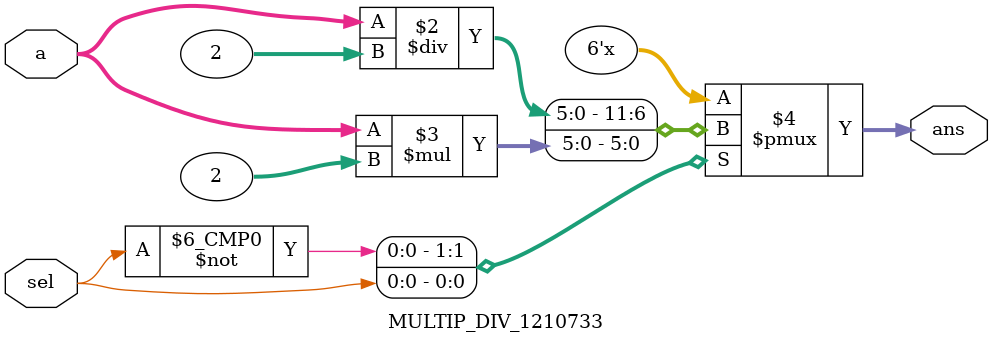
<source format=v>
module MULTIP_DIV_1210733#(parameter n=4)(a,sel,ans);
input signed [n-1:0] a ; // input size is n
input sel ; // 0 or 1
output reg signed[n+1:0] ans ; // output size is n+2
always@(a,sel)
begin
/* if the selection input is 0 , the block will 
   work as divider (right shift by one bit)
   and if the selection input is 1 , the block will work as
   multiplier (left shift by one bit)
 */
case (sel)
	1'b0 : ans = a/2 ;
	1'b1 : ans = a*2 ;
endcase 
end 
endmodule 
</source>
